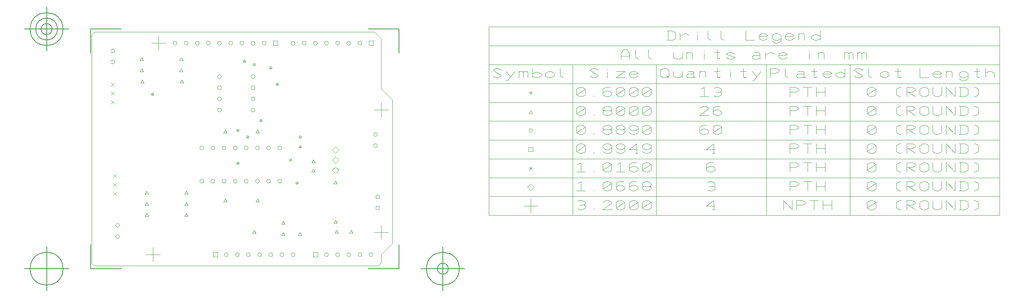
<source format=gbr>
G04 Generated by Ultiboard 13.0 *
%FSLAX34Y34*%
%MOMM*%

%ADD10C,0.0001*%
%ADD11C,0.1000*%
%ADD12C,0.0100*%
%ADD13C,0.0010*%
%ADD14C,0.1270*%


G04 ColorRGB 000000 for the following layer *
%LNDrill Symbols-Copper Top-Copper Bottom*%
%LPD*%
G54D11*
X517400Y248920D02*
X549400Y248920D01*
X533400Y232920D02*
X533400Y264920D01*
X1038100Y299720D02*
X1070100Y299720D01*
X1054100Y283720D02*
X1054100Y315720D01*
X1038100Y579120D02*
X1070100Y579120D01*
X1054100Y563120D02*
X1054100Y595120D01*
X530100Y731520D02*
X562100Y731520D01*
X546100Y715520D02*
X546100Y747520D01*
X438368Y633948D02*
X445552Y641132D01*
X438368Y641132D02*
X445552Y633948D01*
X438368Y593308D02*
X445552Y600492D01*
X438368Y600492D02*
X445552Y593308D01*
X438368Y613628D02*
X445552Y620812D01*
X438368Y620812D02*
X445552Y613628D01*
X443448Y385028D02*
X450632Y392212D01*
X443448Y392212D02*
X450632Y385028D01*
X443448Y425668D02*
X450632Y432852D01*
X443448Y432852D02*
X450632Y425668D01*
X443448Y405348D02*
X450632Y412532D01*
X443448Y412532D02*
X450632Y405348D01*
X949960Y480137D02*
X957503Y487680D01*
X949960Y495223D01*
X942417Y487680D01*
X949960Y480137D01*
X949960Y457237D02*
X957503Y464780D01*
X949960Y472323D01*
X942417Y464780D01*
X949960Y457237D01*
X949960Y434337D02*
X957503Y441880D01*
X949960Y449423D01*
X942417Y441880D01*
X949960Y434337D01*
X1379621Y360235D02*
X1411621Y360235D01*
X1395621Y344235D02*
X1395621Y376235D01*
X1503288Y370949D02*
X1506621Y373092D01*
X1513288Y373092D01*
X1519954Y368807D01*
X1519954Y364521D01*
X1516621Y362378D01*
X1519954Y360235D01*
X1519954Y355949D01*
X1513288Y351664D01*
X1506621Y351664D01*
X1503288Y353807D01*
X1506621Y362378D02*
X1516621Y362378D01*
X1539954Y351664D02*
X1539954Y353807D01*
X1559954Y368807D02*
X1566621Y373092D01*
X1573288Y373092D01*
X1579954Y368807D01*
X1579954Y366664D01*
X1559954Y351664D01*
X1579954Y351664D01*
X1579954Y353807D01*
X1589954Y368807D02*
X1596621Y373092D01*
X1603288Y373092D01*
X1609954Y368807D01*
X1609954Y355949D01*
X1603288Y351664D01*
X1596621Y351664D01*
X1589954Y355949D01*
X1589954Y368807D01*
X1609954Y368807D02*
X1589954Y355949D01*
X1619954Y368807D02*
X1626621Y373092D01*
X1633288Y373092D01*
X1639954Y368807D01*
X1639954Y355949D01*
X1633288Y351664D01*
X1626621Y351664D01*
X1619954Y355949D01*
X1619954Y368807D01*
X1639954Y368807D02*
X1619954Y355949D01*
X1649954Y368807D02*
X1656621Y373092D01*
X1663288Y373092D01*
X1669954Y368807D01*
X1669954Y355949D01*
X1663288Y351664D01*
X1656621Y351664D01*
X1649954Y355949D01*
X1649954Y368807D01*
X1669954Y368807D02*
X1649954Y355949D01*
X1815954Y360235D02*
X1795954Y360235D01*
X1812621Y373092D01*
X1812621Y351664D01*
X1809288Y351664D02*
X1815954Y351664D01*
X1971954Y351664D02*
X1971954Y373092D01*
X1991954Y351664D01*
X1991954Y373092D01*
X2001954Y351664D02*
X2001954Y373092D01*
X2015288Y373092D01*
X2021954Y368807D01*
X2021954Y366664D01*
X2015288Y362378D01*
X2001954Y362378D01*
X2041954Y351664D02*
X2041954Y373092D01*
X2031954Y373092D02*
X2051954Y373092D01*
X2061954Y351664D02*
X2061954Y373092D01*
X2081954Y351664D02*
X2081954Y373092D01*
X2061954Y362378D02*
X2081954Y362378D01*
X2162954Y368807D02*
X2169621Y373092D01*
X2176288Y373092D01*
X2182954Y368807D01*
X2182954Y355949D01*
X2176288Y351664D01*
X2169621Y351664D01*
X2162954Y355949D01*
X2162954Y368807D01*
X2182954Y368807D02*
X2162954Y355949D01*
X2239621Y351664D02*
X2236288Y351664D01*
X2229621Y355949D01*
X2229621Y368807D01*
X2236288Y373092D01*
X2239621Y373092D01*
X2252954Y351664D02*
X2252954Y373092D01*
X2266288Y373092D01*
X2272954Y368807D01*
X2272954Y366664D01*
X2266288Y362378D01*
X2252954Y362378D01*
X2256288Y362378D02*
X2272954Y351664D01*
X2282954Y355949D02*
X2289621Y351664D01*
X2296288Y351664D01*
X2302954Y355949D01*
X2302954Y368807D01*
X2296288Y373092D01*
X2289621Y373092D01*
X2282954Y368807D01*
X2282954Y355949D01*
X2312954Y373092D02*
X2312954Y355949D01*
X2319621Y351664D01*
X2326288Y351664D01*
X2332954Y355949D01*
X2332954Y373092D01*
X2342954Y351664D02*
X2342954Y373092D01*
X2362954Y351664D01*
X2362954Y373092D01*
X2372954Y351664D02*
X2386288Y351664D01*
X2392954Y355949D01*
X2392954Y368807D01*
X2386288Y373092D01*
X2372954Y373092D01*
X2376288Y373092D02*
X2376288Y351664D01*
X2406288Y373092D02*
X2409621Y373092D01*
X2416288Y368807D01*
X2416288Y355949D01*
X2409621Y351664D01*
X2406288Y351664D01*
X1395621Y395692D02*
X1403164Y403235D01*
X1395621Y410779D01*
X1388078Y403235D01*
X1395621Y395692D01*
X1503288Y411807D02*
X1509954Y416092D01*
X1509954Y394664D01*
X1499954Y394664D02*
X1519954Y394664D01*
X1539954Y394664D02*
X1539954Y396807D01*
X1559954Y411807D02*
X1566621Y416092D01*
X1573288Y416092D01*
X1579954Y411807D01*
X1579954Y398949D01*
X1573288Y394664D01*
X1566621Y394664D01*
X1559954Y398949D01*
X1559954Y411807D01*
X1579954Y411807D02*
X1559954Y398949D01*
X1606621Y416092D02*
X1596621Y416092D01*
X1589954Y411807D01*
X1589954Y403235D01*
X1589954Y398949D01*
X1596621Y394664D01*
X1603288Y394664D01*
X1609954Y398949D01*
X1609954Y403235D01*
X1603288Y407521D01*
X1596621Y407521D01*
X1589954Y403235D01*
X1636621Y416092D02*
X1626621Y416092D01*
X1619954Y411807D01*
X1619954Y403235D01*
X1619954Y398949D01*
X1626621Y394664D01*
X1633288Y394664D01*
X1639954Y398949D01*
X1639954Y403235D01*
X1633288Y407521D01*
X1626621Y407521D01*
X1619954Y403235D01*
X1663288Y394664D02*
X1656621Y394664D01*
X1649954Y398949D01*
X1649954Y403235D01*
X1653288Y405378D01*
X1649954Y407521D01*
X1649954Y411807D01*
X1656621Y416092D01*
X1663288Y416092D01*
X1669954Y411807D01*
X1669954Y407521D01*
X1666621Y405378D01*
X1669954Y403235D01*
X1669954Y398949D01*
X1663288Y394664D01*
X1653288Y405378D02*
X1666621Y405378D01*
X1799288Y413949D02*
X1802621Y416092D01*
X1809288Y416092D01*
X1815954Y411807D01*
X1815954Y407521D01*
X1812621Y405378D01*
X1815954Y403235D01*
X1815954Y398949D01*
X1809288Y394664D01*
X1802621Y394664D01*
X1799288Y396807D01*
X1802621Y405378D02*
X1812621Y405378D01*
X1986954Y394664D02*
X1986954Y416092D01*
X2000288Y416092D01*
X2006954Y411807D01*
X2006954Y409664D01*
X2000288Y405378D01*
X1986954Y405378D01*
X2026954Y394664D02*
X2026954Y416092D01*
X2016954Y416092D02*
X2036954Y416092D01*
X2046954Y394664D02*
X2046954Y416092D01*
X2066954Y394664D02*
X2066954Y416092D01*
X2046954Y405378D02*
X2066954Y405378D01*
X2162954Y411807D02*
X2169621Y416092D01*
X2176288Y416092D01*
X2182954Y411807D01*
X2182954Y398949D01*
X2176288Y394664D01*
X2169621Y394664D01*
X2162954Y398949D01*
X2162954Y411807D01*
X2182954Y411807D02*
X2162954Y398949D01*
X2239621Y394664D02*
X2236288Y394664D01*
X2229621Y398949D01*
X2229621Y411807D01*
X2236288Y416092D01*
X2239621Y416092D01*
X2252954Y394664D02*
X2252954Y416092D01*
X2266288Y416092D01*
X2272954Y411807D01*
X2272954Y409664D01*
X2266288Y405378D01*
X2252954Y405378D01*
X2256288Y405378D02*
X2272954Y394664D01*
X2282954Y398949D02*
X2289621Y394664D01*
X2296288Y394664D01*
X2302954Y398949D01*
X2302954Y411807D01*
X2296288Y416092D01*
X2289621Y416092D01*
X2282954Y411807D01*
X2282954Y398949D01*
X2312954Y416092D02*
X2312954Y398949D01*
X2319621Y394664D01*
X2326288Y394664D01*
X2332954Y398949D01*
X2332954Y416092D01*
X2342954Y394664D02*
X2342954Y416092D01*
X2362954Y394664D01*
X2362954Y416092D01*
X2372954Y394664D02*
X2386288Y394664D01*
X2392954Y398949D01*
X2392954Y411807D01*
X2386288Y416092D01*
X2372954Y416092D01*
X2376288Y416092D02*
X2376288Y394664D01*
X2406288Y416092D02*
X2409621Y416092D01*
X2416288Y411807D01*
X2416288Y398949D01*
X2409621Y394664D01*
X2406288Y394664D01*
X1503288Y454807D02*
X1509954Y459092D01*
X1509954Y437664D01*
X1499954Y437664D02*
X1519954Y437664D01*
X1539954Y437664D02*
X1539954Y439807D01*
X1559954Y454807D02*
X1566621Y459092D01*
X1573288Y459092D01*
X1579954Y454807D01*
X1579954Y441949D01*
X1573288Y437664D01*
X1566621Y437664D01*
X1559954Y441949D01*
X1559954Y454807D01*
X1579954Y454807D02*
X1559954Y441949D01*
X1593288Y454807D02*
X1599954Y459092D01*
X1599954Y437664D01*
X1589954Y437664D02*
X1609954Y437664D01*
X1636621Y459092D02*
X1626621Y459092D01*
X1619954Y454807D01*
X1619954Y446235D01*
X1619954Y441949D01*
X1626621Y437664D01*
X1633288Y437664D01*
X1639954Y441949D01*
X1639954Y446235D01*
X1633288Y450521D01*
X1626621Y450521D01*
X1619954Y446235D01*
X1649954Y454807D02*
X1656621Y459092D01*
X1663288Y459092D01*
X1669954Y454807D01*
X1669954Y441949D01*
X1663288Y437664D01*
X1656621Y437664D01*
X1649954Y441949D01*
X1649954Y454807D01*
X1669954Y454807D02*
X1649954Y441949D01*
X1812621Y459092D02*
X1802621Y459092D01*
X1795954Y454807D01*
X1795954Y446235D01*
X1795954Y441949D01*
X1802621Y437664D01*
X1809288Y437664D01*
X1815954Y441949D01*
X1815954Y446235D01*
X1809288Y450521D01*
X1802621Y450521D01*
X1795954Y446235D01*
X1986954Y437664D02*
X1986954Y459092D01*
X2000288Y459092D01*
X2006954Y454807D01*
X2006954Y452664D01*
X2000288Y448378D01*
X1986954Y448378D01*
X2026954Y437664D02*
X2026954Y459092D01*
X2016954Y459092D02*
X2036954Y459092D01*
X2046954Y437664D02*
X2046954Y459092D01*
X2066954Y437664D02*
X2066954Y459092D01*
X2046954Y448378D02*
X2066954Y448378D01*
X2162954Y454807D02*
X2169621Y459092D01*
X2176288Y459092D01*
X2182954Y454807D01*
X2182954Y441949D01*
X2176288Y437664D01*
X2169621Y437664D01*
X2162954Y441949D01*
X2162954Y454807D01*
X2182954Y454807D02*
X2162954Y441949D01*
X2239621Y437664D02*
X2236288Y437664D01*
X2229621Y441949D01*
X2229621Y454807D01*
X2236288Y459092D01*
X2239621Y459092D01*
X2252954Y437664D02*
X2252954Y459092D01*
X2266288Y459092D01*
X2272954Y454807D01*
X2272954Y452664D01*
X2266288Y448378D01*
X2252954Y448378D01*
X2256288Y448378D02*
X2272954Y437664D01*
X2282954Y441949D02*
X2289621Y437664D01*
X2296288Y437664D01*
X2302954Y441949D01*
X2302954Y454807D01*
X2296288Y459092D01*
X2289621Y459092D01*
X2282954Y454807D01*
X2282954Y441949D01*
X2312954Y459092D02*
X2312954Y441949D01*
X2319621Y437664D01*
X2326288Y437664D01*
X2332954Y441949D01*
X2332954Y459092D01*
X2342954Y437664D02*
X2342954Y459092D01*
X2362954Y437664D01*
X2362954Y459092D01*
X2372954Y437664D02*
X2386288Y437664D01*
X2392954Y441949D01*
X2392954Y454807D01*
X2386288Y459092D01*
X2372954Y459092D01*
X2376288Y459092D02*
X2376288Y437664D01*
X2406288Y459092D02*
X2409621Y459092D01*
X2416288Y454807D01*
X2416288Y441949D01*
X2409621Y437664D01*
X2406288Y437664D01*
X1392029Y442643D02*
X1399213Y449827D01*
X1392029Y449827D02*
X1399213Y442643D01*
X1499954Y497807D02*
X1506621Y502092D01*
X1513288Y502092D01*
X1519954Y497807D01*
X1519954Y484949D01*
X1513288Y480664D01*
X1506621Y480664D01*
X1499954Y484949D01*
X1499954Y497807D01*
X1519954Y497807D02*
X1499954Y484949D01*
X1539954Y480664D02*
X1539954Y482807D01*
X1559954Y484949D02*
X1566621Y480664D01*
X1573288Y480664D01*
X1579954Y484949D01*
X1579954Y493521D01*
X1579954Y497807D01*
X1573288Y502092D01*
X1566621Y502092D01*
X1559954Y497807D01*
X1559954Y493521D01*
X1566621Y489235D01*
X1573288Y489235D01*
X1579954Y493521D01*
X1589954Y484949D02*
X1596621Y480664D01*
X1603288Y480664D01*
X1609954Y484949D01*
X1609954Y493521D01*
X1609954Y497807D01*
X1603288Y502092D01*
X1596621Y502092D01*
X1589954Y497807D01*
X1589954Y493521D01*
X1596621Y489235D01*
X1603288Y489235D01*
X1609954Y493521D01*
X1639954Y489235D02*
X1619954Y489235D01*
X1636621Y502092D01*
X1636621Y480664D01*
X1633288Y480664D02*
X1639954Y480664D01*
X1649954Y484949D02*
X1656621Y480664D01*
X1663288Y480664D01*
X1669954Y484949D01*
X1669954Y493521D01*
X1669954Y497807D01*
X1663288Y502092D01*
X1656621Y502092D01*
X1649954Y497807D01*
X1649954Y493521D01*
X1656621Y489235D01*
X1663288Y489235D01*
X1669954Y493521D01*
X1815954Y489235D02*
X1795954Y489235D01*
X1812621Y502092D01*
X1812621Y480664D01*
X1809288Y480664D02*
X1815954Y480664D01*
X1986954Y480664D02*
X1986954Y502092D01*
X2000288Y502092D01*
X2006954Y497807D01*
X2006954Y495664D01*
X2000288Y491378D01*
X1986954Y491378D01*
X2026954Y480664D02*
X2026954Y502092D01*
X2016954Y502092D02*
X2036954Y502092D01*
X2046954Y480664D02*
X2046954Y502092D01*
X2066954Y480664D02*
X2066954Y502092D01*
X2046954Y491378D02*
X2066954Y491378D01*
X2162954Y497807D02*
X2169621Y502092D01*
X2176288Y502092D01*
X2182954Y497807D01*
X2182954Y484949D01*
X2176288Y480664D01*
X2169621Y480664D01*
X2162954Y484949D01*
X2162954Y497807D01*
X2182954Y497807D02*
X2162954Y484949D01*
X2239621Y480664D02*
X2236288Y480664D01*
X2229621Y484949D01*
X2229621Y497807D01*
X2236288Y502092D01*
X2239621Y502092D01*
X2252954Y480664D02*
X2252954Y502092D01*
X2266288Y502092D01*
X2272954Y497807D01*
X2272954Y495664D01*
X2266288Y491378D01*
X2252954Y491378D01*
X2256288Y491378D02*
X2272954Y480664D01*
X2282954Y484949D02*
X2289621Y480664D01*
X2296288Y480664D01*
X2302954Y484949D01*
X2302954Y497807D01*
X2296288Y502092D01*
X2289621Y502092D01*
X2282954Y497807D01*
X2282954Y484949D01*
X2312954Y502092D02*
X2312954Y484949D01*
X2319621Y480664D01*
X2326288Y480664D01*
X2332954Y484949D01*
X2332954Y502092D01*
X2342954Y480664D02*
X2342954Y502092D01*
X2362954Y480664D01*
X2362954Y502092D01*
X2372954Y480664D02*
X2386288Y480664D01*
X2392954Y484949D01*
X2392954Y497807D01*
X2386288Y502092D01*
X2372954Y502092D01*
X2376288Y502092D02*
X2376288Y480664D01*
X2406288Y502092D02*
X2409621Y502092D01*
X2416288Y497807D01*
X2416288Y484949D01*
X2409621Y480664D01*
X2406288Y480664D01*
X1499954Y540807D02*
X1506621Y545092D01*
X1513288Y545092D01*
X1519954Y540807D01*
X1519954Y527949D01*
X1513288Y523664D01*
X1506621Y523664D01*
X1499954Y527949D01*
X1499954Y540807D01*
X1519954Y540807D02*
X1499954Y527949D01*
X1539954Y523664D02*
X1539954Y525807D01*
X1573288Y523664D02*
X1566621Y523664D01*
X1559954Y527949D01*
X1559954Y532235D01*
X1563288Y534378D01*
X1559954Y536521D01*
X1559954Y540807D01*
X1566621Y545092D01*
X1573288Y545092D01*
X1579954Y540807D01*
X1579954Y536521D01*
X1576621Y534378D01*
X1579954Y532235D01*
X1579954Y527949D01*
X1573288Y523664D01*
X1563288Y534378D02*
X1576621Y534378D01*
X1603288Y523664D02*
X1596621Y523664D01*
X1589954Y527949D01*
X1589954Y532235D01*
X1593288Y534378D01*
X1589954Y536521D01*
X1589954Y540807D01*
X1596621Y545092D01*
X1603288Y545092D01*
X1609954Y540807D01*
X1609954Y536521D01*
X1606621Y534378D01*
X1609954Y532235D01*
X1609954Y527949D01*
X1603288Y523664D01*
X1593288Y534378D02*
X1606621Y534378D01*
X1619954Y527949D02*
X1626621Y523664D01*
X1633288Y523664D01*
X1639954Y527949D01*
X1639954Y536521D01*
X1639954Y540807D01*
X1633288Y545092D01*
X1626621Y545092D01*
X1619954Y540807D01*
X1619954Y536521D01*
X1626621Y532235D01*
X1633288Y532235D01*
X1639954Y536521D01*
X1649954Y540807D02*
X1656621Y545092D01*
X1663288Y545092D01*
X1669954Y540807D01*
X1669954Y527949D01*
X1663288Y523664D01*
X1656621Y523664D01*
X1649954Y527949D01*
X1649954Y540807D01*
X1669954Y540807D02*
X1649954Y527949D01*
X1797621Y545092D02*
X1787621Y545092D01*
X1780954Y540807D01*
X1780954Y532235D01*
X1780954Y527949D01*
X1787621Y523664D01*
X1794288Y523664D01*
X1800954Y527949D01*
X1800954Y532235D01*
X1794288Y536521D01*
X1787621Y536521D01*
X1780954Y532235D01*
X1810954Y540807D02*
X1817621Y545092D01*
X1824288Y545092D01*
X1830954Y540807D01*
X1830954Y527949D01*
X1824288Y523664D01*
X1817621Y523664D01*
X1810954Y527949D01*
X1810954Y540807D01*
X1830954Y540807D02*
X1810954Y527949D01*
X1986954Y523664D02*
X1986954Y545092D01*
X2000288Y545092D01*
X2006954Y540807D01*
X2006954Y538664D01*
X2000288Y534378D01*
X1986954Y534378D01*
X2026954Y523664D02*
X2026954Y545092D01*
X2016954Y545092D02*
X2036954Y545092D01*
X2046954Y523664D02*
X2046954Y545092D01*
X2066954Y523664D02*
X2066954Y545092D01*
X2046954Y534378D02*
X2066954Y534378D01*
X2162954Y540807D02*
X2169621Y545092D01*
X2176288Y545092D01*
X2182954Y540807D01*
X2182954Y527949D01*
X2176288Y523664D01*
X2169621Y523664D01*
X2162954Y527949D01*
X2162954Y540807D01*
X2182954Y540807D02*
X2162954Y527949D01*
X2239621Y523664D02*
X2236288Y523664D01*
X2229621Y527949D01*
X2229621Y540807D01*
X2236288Y545092D01*
X2239621Y545092D01*
X2252954Y523664D02*
X2252954Y545092D01*
X2266288Y545092D01*
X2272954Y540807D01*
X2272954Y538664D01*
X2266288Y534378D01*
X2252954Y534378D01*
X2256288Y534378D02*
X2272954Y523664D01*
X2282954Y527949D02*
X2289621Y523664D01*
X2296288Y523664D01*
X2302954Y527949D01*
X2302954Y540807D01*
X2296288Y545092D01*
X2289621Y545092D01*
X2282954Y540807D01*
X2282954Y527949D01*
X2312954Y545092D02*
X2312954Y527949D01*
X2319621Y523664D01*
X2326288Y523664D01*
X2332954Y527949D01*
X2332954Y545092D01*
X2342954Y523664D02*
X2342954Y545092D01*
X2362954Y523664D01*
X2362954Y545092D01*
X2372954Y523664D02*
X2386288Y523664D01*
X2392954Y527949D01*
X2392954Y540807D01*
X2386288Y545092D01*
X2372954Y545092D01*
X2376288Y545092D02*
X2376288Y523664D01*
X2406288Y545092D02*
X2409621Y545092D01*
X2416288Y540807D01*
X2416288Y527949D01*
X2409621Y523664D01*
X2406288Y523664D01*
X1499954Y583807D02*
X1506621Y588092D01*
X1513288Y588092D01*
X1519954Y583807D01*
X1519954Y570949D01*
X1513288Y566664D01*
X1506621Y566664D01*
X1499954Y570949D01*
X1499954Y583807D01*
X1519954Y583807D02*
X1499954Y570949D01*
X1539954Y566664D02*
X1539954Y568807D01*
X1573288Y566664D02*
X1566621Y566664D01*
X1559954Y570949D01*
X1559954Y575235D01*
X1563288Y577378D01*
X1559954Y579521D01*
X1559954Y583807D01*
X1566621Y588092D01*
X1573288Y588092D01*
X1579954Y583807D01*
X1579954Y579521D01*
X1576621Y577378D01*
X1579954Y575235D01*
X1579954Y570949D01*
X1573288Y566664D01*
X1563288Y577378D02*
X1576621Y577378D01*
X1589954Y583807D02*
X1596621Y588092D01*
X1603288Y588092D01*
X1609954Y583807D01*
X1609954Y570949D01*
X1603288Y566664D01*
X1596621Y566664D01*
X1589954Y570949D01*
X1589954Y583807D01*
X1609954Y583807D02*
X1589954Y570949D01*
X1619954Y583807D02*
X1626621Y588092D01*
X1633288Y588092D01*
X1639954Y583807D01*
X1639954Y570949D01*
X1633288Y566664D01*
X1626621Y566664D01*
X1619954Y570949D01*
X1619954Y583807D01*
X1639954Y583807D02*
X1619954Y570949D01*
X1649954Y583807D02*
X1656621Y588092D01*
X1663288Y588092D01*
X1669954Y583807D01*
X1669954Y570949D01*
X1663288Y566664D01*
X1656621Y566664D01*
X1649954Y570949D01*
X1649954Y583807D01*
X1669954Y583807D02*
X1649954Y570949D01*
X1780954Y583807D02*
X1787621Y588092D01*
X1794288Y588092D01*
X1800954Y583807D01*
X1800954Y581664D01*
X1780954Y566664D01*
X1800954Y566664D01*
X1800954Y568807D01*
X1827621Y588092D02*
X1817621Y588092D01*
X1810954Y583807D01*
X1810954Y575235D01*
X1810954Y570949D01*
X1817621Y566664D01*
X1824288Y566664D01*
X1830954Y570949D01*
X1830954Y575235D01*
X1824288Y579521D01*
X1817621Y579521D01*
X1810954Y575235D01*
X1986954Y566664D02*
X1986954Y588092D01*
X2000288Y588092D01*
X2006954Y583807D01*
X2006954Y581664D01*
X2000288Y577378D01*
X1986954Y577378D01*
X2026954Y566664D02*
X2026954Y588092D01*
X2016954Y588092D02*
X2036954Y588092D01*
X2046954Y566664D02*
X2046954Y588092D01*
X2066954Y566664D02*
X2066954Y588092D01*
X2046954Y577378D02*
X2066954Y577378D01*
X2162954Y583807D02*
X2169621Y588092D01*
X2176288Y588092D01*
X2182954Y583807D01*
X2182954Y570949D01*
X2176288Y566664D01*
X2169621Y566664D01*
X2162954Y570949D01*
X2162954Y583807D01*
X2182954Y583807D02*
X2162954Y570949D01*
X2239621Y566664D02*
X2236288Y566664D01*
X2229621Y570949D01*
X2229621Y583807D01*
X2236288Y588092D01*
X2239621Y588092D01*
X2252954Y566664D02*
X2252954Y588092D01*
X2266288Y588092D01*
X2272954Y583807D01*
X2272954Y581664D01*
X2266288Y577378D01*
X2252954Y577378D01*
X2256288Y577378D02*
X2272954Y566664D01*
X2282954Y570949D02*
X2289621Y566664D01*
X2296288Y566664D01*
X2302954Y570949D01*
X2302954Y583807D01*
X2296288Y588092D01*
X2289621Y588092D01*
X2282954Y583807D01*
X2282954Y570949D01*
X2312954Y588092D02*
X2312954Y570949D01*
X2319621Y566664D01*
X2326288Y566664D01*
X2332954Y570949D01*
X2332954Y588092D01*
X2342954Y566664D02*
X2342954Y588092D01*
X2362954Y566664D01*
X2362954Y588092D01*
X2372954Y566664D02*
X2386288Y566664D01*
X2392954Y570949D01*
X2392954Y583807D01*
X2386288Y588092D01*
X2372954Y588092D01*
X2376288Y588092D02*
X2376288Y566664D01*
X2406288Y588092D02*
X2409621Y588092D01*
X2416288Y583807D01*
X2416288Y570949D01*
X2409621Y566664D01*
X2406288Y566664D01*
X1499954Y626807D02*
X1506621Y631092D01*
X1513288Y631092D01*
X1519954Y626807D01*
X1519954Y613949D01*
X1513288Y609664D01*
X1506621Y609664D01*
X1499954Y613949D01*
X1499954Y626807D01*
X1519954Y626807D02*
X1499954Y613949D01*
X1539954Y609664D02*
X1539954Y611807D01*
X1576621Y631092D02*
X1566621Y631092D01*
X1559954Y626807D01*
X1559954Y618235D01*
X1559954Y613949D01*
X1566621Y609664D01*
X1573288Y609664D01*
X1579954Y613949D01*
X1579954Y618235D01*
X1573288Y622521D01*
X1566621Y622521D01*
X1559954Y618235D01*
X1589954Y626807D02*
X1596621Y631092D01*
X1603288Y631092D01*
X1609954Y626807D01*
X1609954Y613949D01*
X1603288Y609664D01*
X1596621Y609664D01*
X1589954Y613949D01*
X1589954Y626807D01*
X1609954Y626807D02*
X1589954Y613949D01*
X1619954Y626807D02*
X1626621Y631092D01*
X1633288Y631092D01*
X1639954Y626807D01*
X1639954Y613949D01*
X1633288Y609664D01*
X1626621Y609664D01*
X1619954Y613949D01*
X1619954Y626807D01*
X1639954Y626807D02*
X1619954Y613949D01*
X1649954Y626807D02*
X1656621Y631092D01*
X1663288Y631092D01*
X1669954Y626807D01*
X1669954Y613949D01*
X1663288Y609664D01*
X1656621Y609664D01*
X1649954Y613949D01*
X1649954Y626807D01*
X1669954Y626807D02*
X1649954Y613949D01*
X1784288Y626807D02*
X1790954Y631092D01*
X1790954Y609664D01*
X1780954Y609664D02*
X1800954Y609664D01*
X1814288Y628949D02*
X1817621Y631092D01*
X1824288Y631092D01*
X1830954Y626807D01*
X1830954Y622521D01*
X1827621Y620378D01*
X1830954Y618235D01*
X1830954Y613949D01*
X1824288Y609664D01*
X1817621Y609664D01*
X1814288Y611807D01*
X1817621Y620378D02*
X1827621Y620378D01*
X1986954Y609664D02*
X1986954Y631092D01*
X2000288Y631092D01*
X2006954Y626807D01*
X2006954Y624664D01*
X2000288Y620378D01*
X1986954Y620378D01*
X2026954Y609664D02*
X2026954Y631092D01*
X2016954Y631092D02*
X2036954Y631092D01*
X2046954Y609664D02*
X2046954Y631092D01*
X2066954Y609664D02*
X2066954Y631092D01*
X2046954Y620378D02*
X2066954Y620378D01*
X2162954Y626807D02*
X2169621Y631092D01*
X2176288Y631092D01*
X2182954Y626807D01*
X2182954Y613949D01*
X2176288Y609664D01*
X2169621Y609664D01*
X2162954Y613949D01*
X2162954Y626807D01*
X2182954Y626807D02*
X2162954Y613949D01*
X2239621Y609664D02*
X2236288Y609664D01*
X2229621Y613949D01*
X2229621Y626807D01*
X2236288Y631092D01*
X2239621Y631092D01*
X2252954Y609664D02*
X2252954Y631092D01*
X2266288Y631092D01*
X2272954Y626807D01*
X2272954Y624664D01*
X2266288Y620378D01*
X2252954Y620378D01*
X2256288Y620378D02*
X2272954Y609664D01*
X2282954Y613949D02*
X2289621Y609664D01*
X2296288Y609664D01*
X2302954Y613949D01*
X2302954Y626807D01*
X2296288Y631092D01*
X2289621Y631092D01*
X2282954Y626807D01*
X2282954Y613949D01*
X2312954Y631092D02*
X2312954Y613949D01*
X2319621Y609664D01*
X2326288Y609664D01*
X2332954Y613949D01*
X2332954Y631092D01*
X2342954Y609664D02*
X2342954Y631092D01*
X2362954Y609664D01*
X2362954Y631092D01*
X2372954Y609664D02*
X2386288Y609664D01*
X2392954Y613949D01*
X2392954Y626807D01*
X2386288Y631092D01*
X2372954Y631092D01*
X2376288Y631092D02*
X2376288Y609664D01*
X2406288Y631092D02*
X2409621Y631092D01*
X2416288Y626807D01*
X2416288Y613949D01*
X2409621Y609664D01*
X2406288Y609664D01*
G54D12*
X448797Y290682D02*
G75*
D01*
G02X448797Y290682I4445J0*
G01*
X448797Y316082D02*
G75*
D01*
G02X448797Y316082I4445J0*
G01*
X848995Y731520D02*
G75*
D01*
G02X848995Y731520I4445J0*
G01*
X1026265Y726545D02*
X1036215Y726545D01*
X1036215Y736495D01*
X1026265Y736495D01*
X1026265Y726545D01*
X975995Y731520D02*
G75*
D01*
G02X975995Y731520I4445J0*
G01*
X1001395Y731520D02*
G75*
D01*
G02X1001395Y731520I4445J0*
G01*
X950595Y731520D02*
G75*
D01*
G02X950595Y731520I4445J0*
G01*
X899795Y731520D02*
G75*
D01*
G02X899795Y731520I4445J0*
G01*
X925195Y731520D02*
G75*
D01*
G02X925195Y731520I4445J0*
G01*
X874395Y731520D02*
G75*
D01*
G02X874395Y731520I4445J0*
G01*
X732155Y731520D02*
G75*
D01*
G02X732155Y731520I4445J0*
G01*
X807825Y726545D02*
X817775Y726545D01*
X817775Y736495D01*
X807825Y736495D01*
X807825Y726545D01*
X757555Y731520D02*
G75*
D01*
G02X757555Y731520I4445J0*
G01*
X782955Y731520D02*
G75*
D01*
G02X782955Y731520I4445J0*
G01*
X681355Y731520D02*
G75*
D01*
G02X681355Y731520I4445J0*
G01*
X706755Y731520D02*
G75*
D01*
G02X706755Y731520I4445J0*
G01*
X655955Y731520D02*
G75*
D01*
G02X655955Y731520I4445J0*
G01*
X605155Y731520D02*
G75*
D01*
G02X605155Y731520I4445J0*
G01*
X630555Y731520D02*
G75*
D01*
G02X630555Y731520I4445J0*
G01*
X579755Y731520D02*
G75*
D01*
G02X579755Y731520I4445J0*
G01*
X848995Y248920D02*
G75*
D01*
G02X848995Y248920I4445J0*
G01*
X670665Y243945D02*
X680615Y243945D01*
X680615Y253895D01*
X670665Y253895D01*
X670665Y243945D01*
X721995Y248920D02*
G75*
D01*
G02X721995Y248920I4445J0*
G01*
X696595Y248920D02*
G75*
D01*
G02X696595Y248920I4445J0*
G01*
X747395Y248920D02*
G75*
D01*
G02X747395Y248920I4445J0*
G01*
X798195Y248920D02*
G75*
D01*
G02X798195Y248920I4445J0*
G01*
X772795Y248920D02*
G75*
D01*
G02X772795Y248920I4445J0*
G01*
X823595Y248920D02*
G75*
D01*
G02X823595Y248920I4445J0*
G01*
X925195Y248920D02*
G75*
D01*
G02X925195Y248920I4445J0*
G01*
X899265Y243945D02*
X909215Y243945D01*
X909215Y253895D01*
X899265Y253895D01*
X899265Y243945D01*
X950595Y248920D02*
G75*
D01*
G02X950595Y248920I4445J0*
G01*
X1001395Y248920D02*
G75*
D01*
G02X1001395Y248920I4445J0*
G01*
X975995Y248920D02*
G75*
D01*
G02X975995Y248920I4445J0*
G01*
X1026795Y248920D02*
G75*
D01*
G02X1026795Y248920I4445J0*
G01*
X1036955Y523240D02*
G75*
D01*
G02X1036955Y523240I4445J0*
G01*
X1036955Y497840D02*
G75*
D01*
G02X1036955Y497840I4445J0*
G01*
X1042035Y355600D02*
G75*
D01*
G02X1042035Y355600I4445J0*
G01*
X1042035Y381000D02*
G75*
D01*
G02X1042035Y381000I4445J0*
G01*
X437515Y714036D02*
G75*
D01*
G02X437515Y714036I4445J0*
G01*
X437515Y688636D02*
G75*
D01*
G02X437515Y688636I4445J0*
G01*
X515600Y361760D02*
X523600Y361760D01*
X519600Y368588D01*
X515600Y361760D01*
X605600Y361660D02*
X613600Y361660D01*
X609600Y368488D01*
X605600Y361660D01*
X515600Y336360D02*
X523600Y336360D01*
X519600Y343188D01*
X515600Y336360D01*
X605600Y336260D02*
X613600Y336260D01*
X609600Y343088D01*
X605600Y336260D01*
X594000Y666560D02*
X602000Y666560D01*
X598000Y673388D01*
X594000Y666560D01*
X504000Y666660D02*
X512000Y666660D01*
X508000Y673488D01*
X504000Y666660D01*
X505440Y641160D02*
X513440Y641160D01*
X509440Y647988D01*
X505440Y641160D01*
X595440Y641060D02*
X603440Y641060D01*
X599440Y647888D01*
X595440Y641060D01*
X594000Y691960D02*
X602000Y691960D01*
X598000Y698788D01*
X594000Y691960D01*
X504000Y692060D02*
X512000Y692060D01*
X508000Y698888D01*
X504000Y692060D01*
X681355Y579120D02*
G75*
D01*
G02X681355Y579120I4445J0*
G01*
X757555Y604520D02*
G75*
D01*
G02X757555Y604520I4445J0*
G01*
X757555Y655320D02*
G75*
D01*
G02X757555Y655320I4445J0*
G01*
X757555Y629920D02*
G75*
D01*
G02X757555Y629920I4445J0*
G01*
X681355Y655320D02*
G75*
D01*
G02X681355Y655320I4445J0*
G01*
X681355Y604520D02*
G75*
D01*
G02X681355Y604520I4445J0*
G01*
X681355Y629920D02*
G75*
D01*
G02X681355Y629920I4445J0*
G01*
X757555Y579120D02*
G75*
D01*
G02X757555Y579120I4445J0*
G01*
X768160Y526860D02*
X776160Y526860D01*
X772160Y533688D01*
X768160Y526860D01*
X694500Y526860D02*
X702500Y526860D01*
X698500Y533688D01*
X694500Y526860D01*
X768160Y369380D02*
X776160Y369380D01*
X772160Y376208D01*
X768160Y369380D01*
X694500Y369380D02*
X702500Y369380D01*
X698500Y376208D01*
X694500Y369380D01*
X945960Y411120D02*
X953960Y411120D01*
X949960Y417948D01*
X945960Y411120D01*
X945860Y321120D02*
X953860Y321120D01*
X949860Y327948D01*
X945860Y321120D01*
X826580Y293180D02*
X834580Y293180D01*
X830580Y300008D01*
X826580Y293180D01*
X864680Y293180D02*
X872680Y293180D01*
X868680Y300008D01*
X864680Y293180D01*
X826580Y318580D02*
X834580Y318580D01*
X830580Y325408D01*
X826580Y318580D01*
X895880Y458900D02*
X903880Y458900D01*
X899880Y465728D01*
X895880Y458900D01*
X640715Y492760D02*
G75*
D01*
G02X640715Y492760I4445J0*
G01*
X691515Y416560D02*
G75*
D01*
G02X691515Y416560I4445J0*
G01*
X666115Y416560D02*
G75*
D01*
G02X666115Y416560I4445J0*
G01*
X716915Y416560D02*
G75*
D01*
G02X716915Y416560I4445J0*
G01*
X767715Y416560D02*
G75*
D01*
G02X767715Y416560I4445J0*
G01*
X742315Y416560D02*
G75*
D01*
G02X742315Y416560I4445J0*
G01*
X793115Y416560D02*
G75*
D01*
G02X793115Y416560I4445J0*
G01*
X818515Y416560D02*
G75*
D01*
G02X818515Y416560I4445J0*
G01*
X793115Y492760D02*
G75*
D01*
G02X793115Y492760I4445J0*
G01*
X716915Y492760D02*
G75*
D01*
G02X716915Y492760I4445J0*
G01*
X691515Y492760D02*
G75*
D01*
G02X691515Y492760I4445J0*
G01*
X666115Y492760D02*
G75*
D01*
G02X666115Y492760I4445J0*
G01*
X767715Y492760D02*
G75*
D01*
G02X767715Y492760I4445J0*
G01*
X742315Y492760D02*
G75*
D01*
G02X742315Y492760I4445J0*
G01*
X818515Y492760D02*
G75*
D01*
G02X818515Y492760I4445J0*
G01*
X640715Y416560D02*
G75*
D01*
G02X640715Y416560I4445J0*
G01*
X981520Y298260D02*
X989520Y298260D01*
X985520Y305088D01*
X981520Y298260D01*
X948500Y298260D02*
X956500Y298260D01*
X952500Y305088D01*
X948500Y298260D01*
X515600Y387160D02*
X523600Y387160D01*
X519600Y393988D01*
X515600Y387160D01*
X605600Y387060D02*
X613600Y387060D01*
X609600Y393888D01*
X605600Y387060D01*
X868833Y516643D02*
X868833Y517929D01*
X869500Y518786D01*
X870167Y518786D01*
X870833Y517929D01*
X870833Y516643D01*
X868833Y517286D02*
X870833Y517286D01*
X867000Y517500D02*
G75*
D01*
G02X867000Y517500I3000J0*
G01*
X748833Y516643D02*
X748833Y517929D01*
X749500Y518786D01*
X750167Y518786D01*
X750833Y517929D01*
X750833Y516643D01*
X748833Y517286D02*
X750833Y517286D01*
X747000Y517500D02*
G75*
D01*
G02X747000Y517500I3000J0*
G01*
X531333Y614143D02*
X531333Y615429D01*
X532000Y616286D01*
X532667Y616286D01*
X533333Y615429D01*
X533333Y614143D01*
X531333Y614786D02*
X533333Y614786D01*
X529500Y615000D02*
G75*
D01*
G02X529500Y615000I3000J0*
G01*
X778833Y554143D02*
X778833Y555429D01*
X779500Y556286D01*
X780167Y556286D01*
X780833Y555429D01*
X780833Y554143D01*
X778833Y554786D02*
X780833Y554786D01*
X777000Y555000D02*
G75*
D01*
G02X777000Y555000I3000J0*
G01*
X868833Y494143D02*
X868833Y495429D01*
X869500Y496286D01*
X870167Y496286D01*
X870833Y495429D01*
X870833Y494143D01*
X868833Y494786D02*
X870833Y494786D01*
X867000Y495000D02*
G75*
D01*
G02X867000Y495000I3000J0*
G01*
X763833Y681643D02*
X763833Y682929D01*
X764500Y683786D01*
X765167Y683786D01*
X765833Y682929D01*
X765833Y681643D01*
X763833Y682286D02*
X765833Y682286D01*
X762000Y682500D02*
G75*
D01*
G02X762000Y682500I3000J0*
G01*
X801333Y674143D02*
X801333Y675429D01*
X802000Y676286D01*
X802667Y676286D01*
X803333Y675429D01*
X803333Y674143D01*
X801333Y674786D02*
X803333Y674786D01*
X799500Y675000D02*
G75*
D01*
G02X799500Y675000I3000J0*
G01*
X846333Y464143D02*
X846333Y465429D01*
X847000Y466286D01*
X847667Y466286D01*
X848333Y465429D01*
X848333Y464143D01*
X846333Y464786D02*
X848333Y464786D01*
X844500Y465000D02*
G75*
D01*
G02X844500Y465000I3000J0*
G01*
X726333Y456643D02*
X726333Y457929D01*
X727000Y458786D01*
X727667Y458786D01*
X728333Y457929D01*
X728333Y456643D01*
X726333Y457286D02*
X728333Y457286D01*
X724500Y457500D02*
G75*
D01*
G02X724500Y457500I3000J0*
G01*
X726333Y531643D02*
X726333Y532929D01*
X727000Y533786D01*
X727667Y533786D01*
X728333Y532929D01*
X728333Y531643D01*
X726333Y532286D02*
X728333Y532286D01*
X724500Y532500D02*
G75*
D01*
G02X724500Y532500I3000J0*
G01*
X816333Y636643D02*
X816333Y637929D01*
X817000Y638786D01*
X817667Y638786D01*
X818333Y637929D01*
X818333Y636643D01*
X816333Y637286D02*
X818333Y637286D01*
X814500Y637500D02*
G75*
D01*
G02X814500Y637500I3000J0*
G01*
X741333Y689143D02*
X741333Y690429D01*
X742000Y691286D01*
X742667Y691286D01*
X743333Y690429D01*
X743333Y689143D01*
X741333Y689786D02*
X743333Y689786D01*
X739500Y690000D02*
G75*
D01*
G02X739500Y690000I3000J0*
G01*
X861333Y411643D02*
X861333Y412929D01*
X862000Y413786D01*
X862667Y413786D01*
X863333Y412929D01*
X863333Y411643D01*
X861333Y412286D02*
X863333Y412286D01*
X859500Y412500D02*
G75*
D01*
G02X859500Y412500I3000J0*
G01*
X760540Y298260D02*
X768540Y298260D01*
X764540Y305088D01*
X760540Y298260D01*
X895160Y437960D02*
X903160Y437960D01*
X899160Y444788D01*
X895160Y437960D01*
X1390646Y484261D02*
X1400596Y484261D01*
X1400596Y494210D01*
X1390646Y494210D01*
X1390646Y484261D01*
X1391176Y532235D02*
G75*
D01*
G02X1391176Y532235I4445J0*
G01*
X1391621Y571235D02*
X1399621Y571235D01*
X1395621Y578064D01*
X1391621Y571235D01*
X1394454Y617378D02*
X1394454Y618664D01*
X1395121Y619521D01*
X1395788Y619521D01*
X1396454Y618664D01*
X1396454Y617378D01*
X1394454Y618021D02*
X1396454Y618021D01*
X1392621Y618235D02*
G75*
D01*
G02X1392621Y618235I3000J0*
G01*
G04 ColorRGB 00FFFF for the following layer *
%LNBoard Outline*%
%LPD*%
G54D10*
G54D13*
X1044100Y223520D02*
X403700Y223520D01*
X393700Y233520D02*
X393700Y746920D01*
X1054100Y248920D02*
X1054100Y233520D01*
X1079500Y274320D02*
X1054100Y248920D01*
X1079500Y601980D02*
X1079500Y274320D01*
X1054100Y627380D02*
X1079500Y601980D01*
X1054100Y741680D02*
X1054100Y627380D01*
X1038860Y756920D02*
X1054100Y741680D01*
X403700Y756920D02*
X1038860Y756920D01*
X393700Y233520D02*
X393738Y232648D01*
X393852Y231783D01*
X394041Y230932D01*
X394303Y230100D01*
X394637Y229294D01*
X395040Y228520D01*
X395509Y227784D01*
X396040Y227092D01*
X396629Y226449D01*
X397272Y225859D01*
X397965Y225328D01*
X398700Y224860D01*
X399474Y224457D01*
X400280Y224123D01*
X401112Y223861D01*
X401964Y223672D01*
X402829Y223558D01*
X403700Y223520D01*
X1044100Y223520D02*
X1044972Y223558D01*
X1045837Y223672D01*
X1046688Y223861D01*
X1047520Y224123D01*
X1048326Y224457D01*
X1049100Y224860D01*
X1049836Y225329D01*
X1050528Y225860D01*
X1051171Y226449D01*
X1051761Y227092D01*
X1052292Y227785D01*
X1052760Y228520D01*
X1053163Y229294D01*
X1053497Y230100D01*
X1053759Y230932D01*
X1053948Y231784D01*
X1054062Y232649D01*
X1054100Y233520D01*
X403700Y756920D02*
X402828Y756882D01*
X401963Y756768D01*
X401112Y756579D01*
X400280Y756317D01*
X399474Y755983D01*
X398700Y755580D01*
X397964Y755111D01*
X397272Y754580D01*
X396629Y753991D01*
X396039Y753348D01*
X395508Y752655D01*
X395040Y751920D01*
X394637Y751146D01*
X394303Y750340D01*
X394041Y749508D01*
X393852Y748656D01*
X393738Y747791D01*
X393700Y746920D01*
G54D14*
X391160Y217001D02*
X391160Y271674D01*
X391160Y217001D02*
X461556Y217001D01*
X1095121Y217001D02*
X1024725Y217001D01*
X1095121Y217001D02*
X1095121Y271674D01*
X1095121Y763735D02*
X1095121Y709062D01*
X1095121Y763735D02*
X1024725Y763735D01*
X391160Y763735D02*
X461556Y763735D01*
X391160Y763735D02*
X391160Y709062D01*
X341160Y217001D02*
X241160Y217001D01*
X291160Y167001D02*
X291160Y267001D01*
X253660Y217001D02*
G75*
D01*
G02X253660Y217001I37500J0*
G01*
X1145121Y217001D02*
X1245121Y217001D01*
X1195121Y167001D02*
X1195121Y267001D01*
X1157621Y217001D02*
G75*
D01*
G02X1157621Y217001I37500J0*
G01*
X1182621Y217001D02*
G75*
D01*
G02X1182621Y217001I12500J0*
G01*
X341160Y763735D02*
X241160Y763735D01*
X291160Y713735D02*
X291160Y813735D01*
X253660Y763735D02*
G75*
D01*
G02X253660Y763735I37500J0*
G01*
X266160Y763735D02*
G75*
D01*
G02X266160Y763735I25000J0*
G01*
X278660Y763735D02*
G75*
D01*
G02X278660Y763735I12500J0*
G01*
G04 ColorRGB 66FFCC for the following layer *
%LNLegend Description*%
%LPD*%
G54D11*
X1300121Y338735D02*
X2465121Y338735D01*
X2465121Y768735D01*
X1300121Y768735D01*
X1300121Y338735D01*
X1491121Y682735D02*
X1491121Y338735D01*
X1682121Y682735D02*
X1682121Y338735D01*
X1933121Y682735D02*
X1933121Y338735D01*
X2124121Y682735D02*
X2124121Y338735D01*
X2465121Y682735D02*
X2465121Y338735D01*
X1300121Y381735D02*
X2465121Y381735D01*
X1300121Y424735D02*
X2465121Y424735D01*
X1300121Y467735D02*
X2465121Y467735D01*
X1300121Y510735D02*
X2465121Y510735D01*
X1300121Y553735D02*
X2465121Y553735D01*
X1300121Y596735D02*
X2465121Y596735D01*
X1300121Y639735D02*
X2465121Y639735D01*
X1308954Y656949D02*
X1315621Y652664D01*
X1322288Y652664D01*
X1328954Y656949D01*
X1308954Y669807D01*
X1315621Y674092D01*
X1322288Y674092D01*
X1328954Y669807D01*
X1338954Y646235D02*
X1342288Y646235D01*
X1358954Y667664D01*
X1338954Y667664D02*
X1348954Y654807D01*
X1368954Y652664D02*
X1368954Y665521D01*
X1368954Y667664D01*
X1368954Y665521D02*
X1372288Y667664D01*
X1375621Y667664D01*
X1378954Y665521D01*
X1382288Y667664D01*
X1385621Y667664D01*
X1388954Y665521D01*
X1388954Y652664D01*
X1378954Y665521D02*
X1378954Y652664D01*
X1398954Y656949D02*
X1405621Y652664D01*
X1412288Y652664D01*
X1418954Y656949D01*
X1418954Y661235D01*
X1412288Y665521D01*
X1405621Y665521D01*
X1398954Y661235D01*
X1398954Y674092D02*
X1398954Y652664D01*
X1428954Y656949D02*
X1435621Y652664D01*
X1442288Y652664D01*
X1448954Y656949D01*
X1448954Y663378D01*
X1442288Y667664D01*
X1435621Y667664D01*
X1428954Y663378D01*
X1428954Y656949D01*
X1462288Y674092D02*
X1462288Y656949D01*
X1468954Y652664D01*
X1529954Y656949D02*
X1536621Y652664D01*
X1543288Y652664D01*
X1549954Y656949D01*
X1529954Y669807D01*
X1536621Y674092D01*
X1543288Y674092D01*
X1549954Y669807D01*
X1569954Y652664D02*
X1569954Y665521D01*
X1569954Y669807D02*
X1569954Y671949D01*
X1589954Y667664D02*
X1609954Y667664D01*
X1589954Y652664D01*
X1609954Y652664D01*
X1639954Y656949D02*
X1633288Y652664D01*
X1626621Y652664D01*
X1619954Y656949D01*
X1619954Y663378D01*
X1626621Y667664D01*
X1633288Y667664D01*
X1639954Y663378D01*
X1636621Y661235D01*
X1619954Y661235D01*
X1690954Y656949D02*
X1697621Y652664D01*
X1704288Y652664D01*
X1710954Y656949D01*
X1710954Y669807D01*
X1704288Y674092D01*
X1697621Y674092D01*
X1690954Y669807D01*
X1690954Y656949D01*
X1704288Y656949D02*
X1710954Y652664D01*
X1720954Y667664D02*
X1720954Y656949D01*
X1727621Y652664D01*
X1734288Y652664D01*
X1740954Y656949D01*
X1740954Y667664D01*
X1740954Y656949D02*
X1740954Y652664D01*
X1754288Y667664D02*
X1764288Y667664D01*
X1767621Y665521D01*
X1767621Y654807D01*
X1764288Y652664D01*
X1754288Y652664D01*
X1750954Y654807D01*
X1750954Y659092D01*
X1754288Y661235D01*
X1767621Y661235D01*
X1767621Y654807D02*
X1770954Y652664D01*
X1780954Y652664D02*
X1780954Y665521D01*
X1780954Y667664D01*
X1780954Y665521D02*
X1784288Y667664D01*
X1790954Y667664D01*
X1794288Y665521D01*
X1794288Y652664D01*
X1827621Y654807D02*
X1824288Y652664D01*
X1820954Y654807D01*
X1820954Y674092D01*
X1814288Y667664D02*
X1827621Y667664D01*
X1850954Y652664D02*
X1850954Y665521D01*
X1850954Y669807D02*
X1850954Y671949D01*
X1887621Y654807D02*
X1884288Y652664D01*
X1880954Y654807D01*
X1880954Y674092D01*
X1874288Y667664D02*
X1887621Y667664D01*
X1900954Y646235D02*
X1904288Y646235D01*
X1920954Y667664D01*
X1900954Y667664D02*
X1910954Y654807D01*
X1941954Y652664D02*
X1941954Y674092D01*
X1955288Y674092D01*
X1961954Y669807D01*
X1961954Y667664D01*
X1955288Y663378D01*
X1941954Y663378D01*
X1975288Y674092D02*
X1975288Y656949D01*
X1981954Y652664D01*
X2005288Y667664D02*
X2015288Y667664D01*
X2018621Y665521D01*
X2018621Y654807D01*
X2015288Y652664D01*
X2005288Y652664D01*
X2001954Y654807D01*
X2001954Y659092D01*
X2005288Y661235D01*
X2018621Y661235D01*
X2018621Y654807D02*
X2021954Y652664D01*
X2048621Y654807D02*
X2045288Y652664D01*
X2041954Y654807D01*
X2041954Y674092D01*
X2035288Y667664D02*
X2048621Y667664D01*
X2081954Y656949D02*
X2075288Y652664D01*
X2068621Y652664D01*
X2061954Y656949D01*
X2061954Y663378D01*
X2068621Y667664D01*
X2075288Y667664D01*
X2081954Y663378D01*
X2078621Y661235D01*
X2061954Y661235D01*
X2111954Y656949D02*
X2105288Y652664D01*
X2098621Y652664D01*
X2091954Y656949D01*
X2091954Y661235D01*
X2098621Y665521D01*
X2105288Y665521D01*
X2111954Y661235D01*
X2111954Y674092D02*
X2111954Y652664D01*
X2132954Y656949D02*
X2139621Y652664D01*
X2146288Y652664D01*
X2152954Y656949D01*
X2132954Y669807D01*
X2139621Y674092D01*
X2146288Y674092D01*
X2152954Y669807D01*
X2166288Y674092D02*
X2166288Y656949D01*
X2172954Y652664D01*
X2192954Y656949D02*
X2199621Y652664D01*
X2206288Y652664D01*
X2212954Y656949D01*
X2212954Y663378D01*
X2206288Y667664D01*
X2199621Y667664D01*
X2192954Y663378D01*
X2192954Y656949D01*
X2239621Y654807D02*
X2236288Y652664D01*
X2232954Y654807D01*
X2232954Y674092D01*
X2226288Y667664D02*
X2239621Y667664D01*
X2282954Y674092D02*
X2282954Y652664D01*
X2302954Y652664D01*
X2332954Y656949D02*
X2326288Y652664D01*
X2319621Y652664D01*
X2312954Y656949D01*
X2312954Y663378D01*
X2319621Y667664D01*
X2326288Y667664D01*
X2332954Y663378D01*
X2329621Y661235D01*
X2312954Y661235D01*
X2342954Y652664D02*
X2342954Y665521D01*
X2342954Y667664D01*
X2342954Y665521D02*
X2346288Y667664D01*
X2352954Y667664D01*
X2356288Y665521D01*
X2356288Y652664D01*
X2372954Y650521D02*
X2379621Y646235D01*
X2386288Y646235D01*
X2392954Y650521D01*
X2392954Y656949D01*
X2392954Y663378D01*
X2386288Y667664D01*
X2379621Y667664D01*
X2372954Y663378D01*
X2372954Y656949D01*
X2379621Y652664D01*
X2386288Y652664D01*
X2392954Y656949D01*
X2419621Y654807D02*
X2416288Y652664D01*
X2412954Y654807D01*
X2412954Y674092D01*
X2406288Y667664D02*
X2419621Y667664D01*
X2432954Y663378D02*
X2439621Y667664D01*
X2446288Y667664D01*
X2452954Y663378D01*
X2452954Y652664D01*
X2432954Y674092D02*
X2432954Y652664D01*
X1300121Y682735D02*
X2465121Y682735D01*
X1600954Y695664D02*
X1600954Y708521D01*
X1607621Y717092D01*
X1614288Y717092D01*
X1620954Y708521D01*
X1620954Y695664D01*
X1600954Y702092D02*
X1620954Y702092D01*
X1634288Y717092D02*
X1634288Y699949D01*
X1640954Y695664D01*
X1664288Y717092D02*
X1664288Y699949D01*
X1670954Y695664D01*
X1720954Y710664D02*
X1720954Y699949D01*
X1727621Y695664D01*
X1734288Y695664D01*
X1740954Y699949D01*
X1740954Y710664D01*
X1740954Y699949D02*
X1740954Y695664D01*
X1750954Y695664D02*
X1750954Y708521D01*
X1750954Y710664D01*
X1750954Y708521D02*
X1754288Y710664D01*
X1760954Y710664D01*
X1764288Y708521D01*
X1764288Y695664D01*
X1790954Y695664D02*
X1790954Y708521D01*
X1790954Y712807D02*
X1790954Y714949D01*
X1827621Y697807D02*
X1824288Y695664D01*
X1820954Y697807D01*
X1820954Y717092D01*
X1814288Y710664D02*
X1827621Y710664D01*
X1840954Y699949D02*
X1847621Y695664D01*
X1854288Y695664D01*
X1860954Y699949D01*
X1840954Y706378D01*
X1847621Y710664D01*
X1854288Y710664D01*
X1860954Y706378D01*
X1904288Y710664D02*
X1914288Y710664D01*
X1917621Y708521D01*
X1917621Y697807D01*
X1914288Y695664D01*
X1904288Y695664D01*
X1900954Y697807D01*
X1900954Y702092D01*
X1904288Y704235D01*
X1917621Y704235D01*
X1917621Y697807D02*
X1920954Y695664D01*
X1930954Y704235D02*
X1940954Y710664D01*
X1944288Y710664D01*
X1950954Y706378D01*
X1930954Y695664D02*
X1930954Y710664D01*
X1980954Y699949D02*
X1974288Y695664D01*
X1967621Y695664D01*
X1960954Y699949D01*
X1960954Y706378D01*
X1967621Y710664D01*
X1974288Y710664D01*
X1980954Y706378D01*
X1977621Y704235D01*
X1960954Y704235D01*
X2030954Y695664D02*
X2030954Y708521D01*
X2030954Y712807D02*
X2030954Y714949D01*
X2050954Y695664D02*
X2050954Y708521D01*
X2050954Y710664D01*
X2050954Y708521D02*
X2054288Y710664D01*
X2060954Y710664D01*
X2064288Y708521D01*
X2064288Y695664D01*
X2110954Y695664D02*
X2110954Y708521D01*
X2110954Y710664D01*
X2110954Y708521D02*
X2114288Y710664D01*
X2117621Y710664D01*
X2120954Y708521D01*
X2124288Y710664D01*
X2127621Y710664D01*
X2130954Y708521D01*
X2130954Y695664D01*
X2120954Y708521D02*
X2120954Y695664D01*
X2140954Y695664D02*
X2140954Y708521D01*
X2140954Y710664D01*
X2140954Y708521D02*
X2144288Y710664D01*
X2147621Y710664D01*
X2150954Y708521D01*
X2154288Y710664D01*
X2157621Y710664D01*
X2160954Y708521D01*
X2160954Y695664D01*
X2150954Y708521D02*
X2150954Y695664D01*
X1300121Y725735D02*
X2465121Y725735D01*
X1705954Y738664D02*
X1719288Y738664D01*
X1725954Y742949D01*
X1725954Y755807D01*
X1719288Y760092D01*
X1705954Y760092D01*
X1709288Y760092D02*
X1709288Y738664D01*
X1735954Y747235D02*
X1745954Y753664D01*
X1749288Y753664D01*
X1755954Y749378D01*
X1735954Y738664D02*
X1735954Y753664D01*
X1775954Y738664D02*
X1775954Y751521D01*
X1775954Y755807D02*
X1775954Y757949D01*
X1799288Y760092D02*
X1799288Y742949D01*
X1805954Y738664D01*
X1829288Y760092D02*
X1829288Y742949D01*
X1835954Y738664D01*
X1885954Y760092D02*
X1885954Y738664D01*
X1905954Y738664D01*
X1935954Y742949D02*
X1929288Y738664D01*
X1922621Y738664D01*
X1915954Y742949D01*
X1915954Y749378D01*
X1922621Y753664D01*
X1929288Y753664D01*
X1935954Y749378D01*
X1932621Y747235D01*
X1915954Y747235D01*
X1945954Y736521D02*
X1952621Y732235D01*
X1959288Y732235D01*
X1965954Y736521D01*
X1965954Y742949D01*
X1965954Y749378D01*
X1959288Y753664D01*
X1952621Y753664D01*
X1945954Y749378D01*
X1945954Y742949D01*
X1952621Y738664D01*
X1959288Y738664D01*
X1965954Y742949D01*
X1995954Y742949D02*
X1989288Y738664D01*
X1982621Y738664D01*
X1975954Y742949D01*
X1975954Y749378D01*
X1982621Y753664D01*
X1989288Y753664D01*
X1995954Y749378D01*
X1992621Y747235D01*
X1975954Y747235D01*
X2005954Y738664D02*
X2005954Y751521D01*
X2005954Y753664D01*
X2005954Y751521D02*
X2009288Y753664D01*
X2015954Y753664D01*
X2019288Y751521D01*
X2019288Y738664D01*
X2055954Y742949D02*
X2049288Y738664D01*
X2042621Y738664D01*
X2035954Y742949D01*
X2035954Y747235D01*
X2042621Y751521D01*
X2049288Y751521D01*
X2055954Y747235D01*
X2055954Y760092D02*
X2055954Y738664D01*

M02*

</source>
